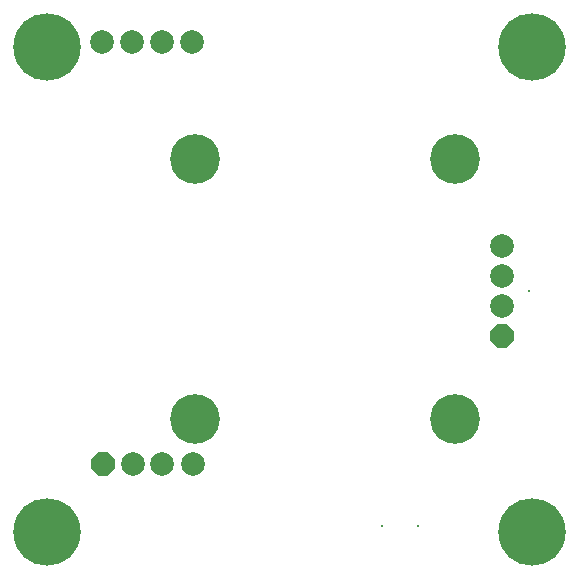
<source format=gbs>
G04 Layer_Color=16711935*
%FSLAX44Y44*%
%MOMM*%
G71*
G01*
G75*
%ADD29C,2.0032*%
%ADD30P,2.1683X8X112.5*%
G04:AMPARAMS|DCode=31|XSize=0.2032mm|YSize=0.2032mm|CornerRadius=0mm|HoleSize=0mm|Usage=FLASHONLY|Rotation=90.000|XOffset=0mm|YOffset=0mm|HoleType=Round|Shape=RoundedRectangle|*
%AMROUNDEDRECTD31*
21,1,0.2032,0.2032,0,0,90.0*
21,1,0.2032,0.2032,0,0,90.0*
1,1,0.0000,0.1016,0.1016*
1,1,0.0000,0.1016,-0.1016*
1,1,0.0000,-0.1016,-0.1016*
1,1,0.0000,-0.1016,0.1016*
%
%ADD31ROUNDEDRECTD31*%
%ADD32P,2.1683X8X22.5*%
%ADD33C,0.2032*%
%ADD34C,5.7032*%
%ADD35C,4.2032*%
D29*
X91440Y459500D02*
D03*
X167640D02*
D03*
X142240D02*
D03*
X116840D02*
D03*
X430000Y286610D02*
D03*
Y261210D02*
D03*
Y235810D02*
D03*
X168100Y102000D02*
D03*
X142000D02*
D03*
X117300D02*
D03*
D30*
X430000Y210410D02*
D03*
D31*
X452800Y248510D02*
D03*
D32*
X91900Y102000D02*
D03*
D33*
X328605Y50000D02*
D03*
X358605D02*
D03*
D34*
X455000Y45000D02*
D03*
X45000D02*
D03*
X455000Y455000D02*
D03*
X45000D02*
D03*
D35*
X170000Y360000D02*
D03*
X390000D02*
D03*
Y140000D02*
D03*
X170000D02*
D03*
M02*

</source>
